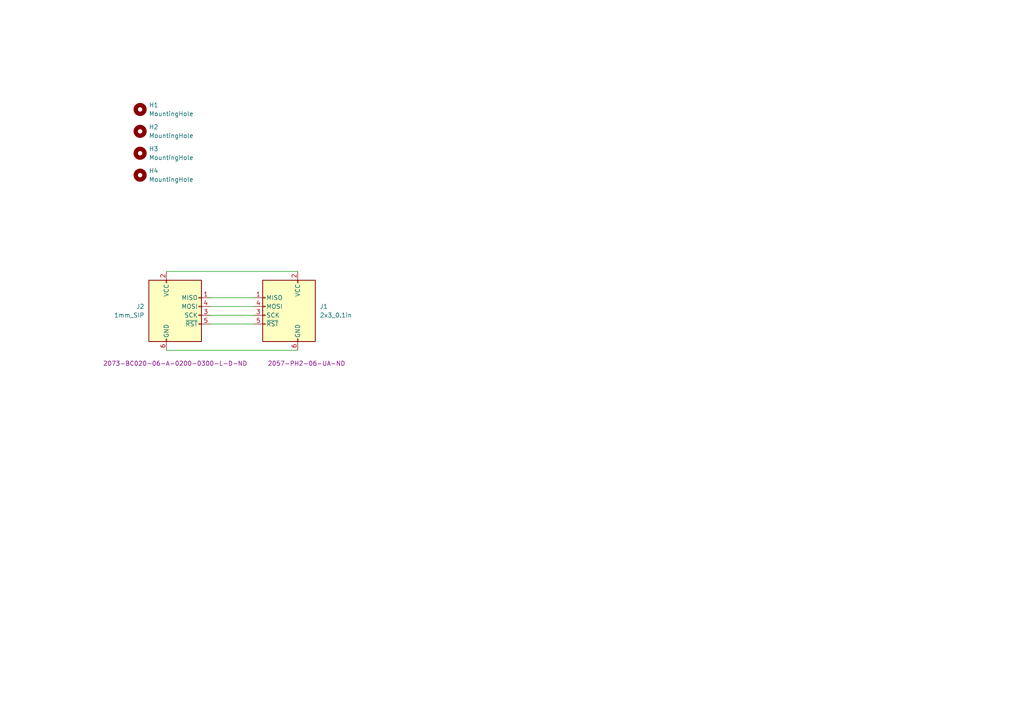
<source format=kicad_sch>
(kicad_sch (version 20230121) (generator eeschema)
  (paper "A4")
  (lib_symbols
    (symbol "Connector:AVR-ISP-6" (pin_names (offset 1.016))
      (property "Reference" "J" (at -6.35 11.43 0))
      (property "Value" "AVR-ISP-6" (at 0 11.43 0))
      (symbol "AVR-ISP-6_0_1"
        (rectangle (start -2.667 -6.858) (end -2.413 -7.62))
        (rectangle (start -2.667 10.16) (end -2.413 9.398))
        (rectangle (start 7.62 -2.413) (end 6.858 -2.667))
        (rectangle (start 7.62 0.127) (end 6.858 -0.127))
        (rectangle (start 7.62 2.667) (end 6.858 2.413))
        (rectangle (start 7.62 5.207) (end 6.858 4.953))
        (rectangle (start 7.62 10.16) (end -7.62 -7.62) (stroke (width 0.254)) (fill (type background)))
      )
      (symbol "AVR-ISP-6_1_1"
        (pin passive line (at 10.16 5.08 180) (length 2.54) (name "MISO") (number "1"))
        (pin passive line (at -2.54 12.7 270) (length 2.54) (name "VCC") (number "2"))
        (pin passive line (at 10.16 0 180) (length 2.54) (name "SCK") (number "3"))
        (pin passive line (at 10.16 2.54 180) (length 2.54) (name "MOSI") (number "4"))
        (pin passive line (at 10.16 -2.54 180) (length 2.54) (name "~{RST}") (number "5"))
        (pin passive line (at -2.54 -10.16 90) (length 2.54) (name "GND") (number "6"))
      )
    )
    (symbol "Mechanical:MountingHole" (pin_names (offset 1.016))
      (property "Reference" "H" (at 0 5.08 0))
      (property "Value" "MountingHole" (at 0 3.175 0))
      (symbol "MountingHole_0_1"
        (circle (center 0 0) (radius 1.27) (stroke (width 1.27)))
      )
    )
  )
  (wire (pts (xy 48.26 78.74) (xy 86.36 78.74)))
  (wire (pts (xy 60.96 93.98) (xy 73.66 93.98)))
  (wire (pts (xy 60.96 88.9) (xy 73.66 88.9)))
  (wire (pts (xy 60.96 86.36) (xy 73.66 86.36)))
  (wire (pts (xy 60.96 91.44) (xy 73.66 91.44)))
  (wire (pts (xy 48.26 101.6) (xy 86.36 101.6)))
  (symbol (lib_id "Mechanical:MountingHole") (at 40.64 38.1 0) (unit 1)
    (property "Reference" "H2" (at 43.18 36.83 0) (effects (justify left)))
    (property "Value" "MountingHole" (at 43.18 39.37 0) (effects (justify left)))
    (property "Footprint" "MountingHole:MountingHole_2.5mm_Pad" (effects hide))
  )
  (symbol (lib_id "Mechanical:MountingHole") (at 40.64 50.8 0) (unit 1)
    (property "Reference" "H4" (at 43.18 49.53 0) (effects (justify left)))
    (property "Value" "MountingHole" (at 43.18 52.07 0) (effects (justify left)))
    (property "Footprint" "MountingHole:MountingHole_2.5mm_Pad" (effects hide))
  )
  (symbol (lib_id "Connector:AVR-ISP-6") (at 83.82 91.44 0) (mirror y) (unit 1)
    (property "Reference" "J1" (at 92.71 88.9 0) (effects (justify right)))
    (property "Value" "2x3_0.1in" (at 92.71 91.44 0) (effects (justify right)))
    (property "Footprint" "Connector_PinHeader_2.54mm:PinHeader_2x03_P2.54mm_Vertical" (effects hide))
    (property "Datasheet" " ~" (effects hide))
    (property "CatNo" "2057-PH2-06-UA-ND" (at 88.9 105.41 0))
    (property "MfgNo" "PH2-06-UA" (effects hide))
  )
  (symbol (lib_id "Mechanical:MountingHole") (at 40.64 44.45 0) (unit 1)
    (property "Reference" "H3" (at 43.18 43.18 0) (effects (justify left)))
    (property "Value" "MountingHole" (at 43.18 45.72 0) (effects (justify left)))
    (property "Footprint" "MountingHole:MountingHole_2.5mm_Pad" (effects hide))
  )
  (symbol (lib_id "Mechanical:MountingHole") (at 40.64 31.75 0) (unit 1)
    (property "Reference" "H1" (at 43.18 30.48 0) (effects (justify left)))
    (property "Value" "MountingHole" (at 43.18 33.02 0) (effects (justify left)))
    (property "Footprint" "MountingHole:MountingHole_2.5mm_Pad" (effects hide))
  )
  (symbol (lib_id "Connector:AVR-ISP-6") (at 50.8 91.44 0) (unit 1)
    (property "Reference" "J2" (at 41.91 88.9 0) (effects (justify right)))
    (property "Value" "1mm_SIP" (at 41.91 91.44 0) (effects (justify right)))
    (property "Footprint" "Connector_PinHeader_1.00mm:PinHeader_1x06_P1.00mm_Vertical" (effects hide))
    (property "Datasheet" " ~" (effects hide))
    (property "CatNo" "2073-BC020-06-A-0200-0300-L-D-ND" (at 50.8 105.41 0))
    (property "MfgNo" "BC020-06-A-0200-0300-L-D" (effects hide))
  )
)
</source>
